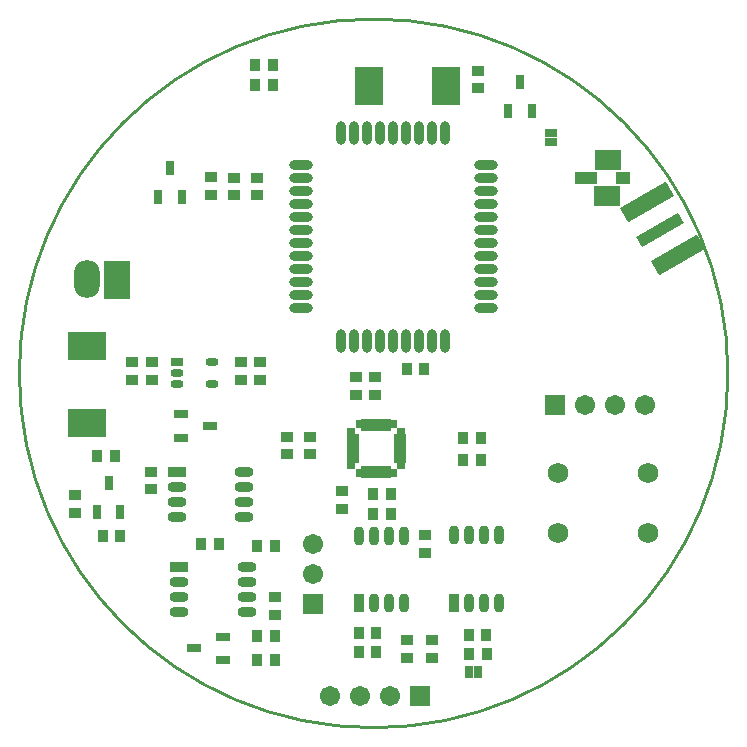
<source format=gts>
%FSLAX25Y25*%
%MOIN*%
G70*
G01*
G75*
G04 Layer_Color=8388736*
%ADD10C,0.02500*%
%ADD11R,0.11811X0.08661*%
%ADD12R,0.03347X0.02756*%
%ADD13R,0.02756X0.03347*%
%ADD14O,0.03543X0.01969*%
%ADD15O,0.03543X0.01969*%
%ADD16R,0.03543X0.01969*%
%ADD17R,0.01969X0.03150*%
%ADD18R,0.02362X0.03937*%
%ADD19O,0.02500X0.05500*%
%ADD20R,0.02500X0.05500*%
%ADD21R,0.03150X0.01969*%
%ADD22R,0.08661X0.11811*%
%ADD23O,0.05500X0.02500*%
%ADD24R,0.05500X0.02500*%
%ADD25R,0.02165X0.01181*%
%ADD26R,0.03150X0.01181*%
%ADD27R,0.01181X0.02165*%
%ADD28R,0.01181X0.03150*%
%ADD29R,0.03937X0.02362*%
%ADD30O,0.02362X0.07087*%
%ADD31O,0.07087X0.02362*%
%ADD32R,0.07000X0.03150*%
%ADD33R,0.07874X0.06000*%
%ADD34R,0.03937X0.03150*%
G04:AMPARAMS|DCode=35|XSize=35.43mil|YSize=157.48mil|CornerRadius=1.77mil|HoleSize=0mil|Usage=FLASHONLY|Rotation=300.000|XOffset=0mil|YOffset=0mil|HoleType=Round|Shape=RoundedRectangle|*
%AMROUNDEDRECTD35*
21,1,0.03543,0.15394,0,0,300.0*
21,1,0.03189,0.15748,0,0,300.0*
1,1,0.00354,-0.05868,-0.05229*
1,1,0.00354,-0.07463,-0.02468*
1,1,0.00354,0.05868,0.05229*
1,1,0.00354,0.07463,0.02468*
%
%ADD35ROUNDEDRECTD35*%
%ADD36C,0.02000*%
%ADD37C,0.07000*%
%ADD38C,0.00800*%
%ADD39C,0.01000*%
%ADD40C,0.04000*%
%ADD41C,0.05000*%
%ADD42C,0.03000*%
%ADD43R,0.07874X0.11811*%
%ADD44O,0.07874X0.11811*%
%ADD45R,0.05906X0.05906*%
%ADD46C,0.05906*%
%ADD47R,0.05906X0.05906*%
%ADD48C,0.06000*%
G04:AMPARAMS|DCode=49|XSize=51.18mil|YSize=173.23mil|CornerRadius=2.56mil|HoleSize=0mil|Usage=FLASHONLY|Rotation=300.000|XOffset=0mil|YOffset=0mil|HoleType=Round|Shape=RoundedRectangle|*
%AMROUNDEDRECTD49*
21,1,0.05118,0.16811,0,0,300.0*
21,1,0.04606,0.17323,0,0,300.0*
1,1,0.00512,-0.06128,-0.06197*
1,1,0.00512,-0.08431,-0.02208*
1,1,0.00512,0.06128,0.06197*
1,1,0.00512,0.08431,0.02208*
%
%ADD49ROUNDEDRECTD49*%
%ADD50C,0.03000*%
%ADD51C,0.02000*%
%ADD52C,0.05000*%
%ADD53R,0.01575X0.03347*%
%ADD54R,0.02756X0.08268*%
%ADD55R,0.02559X0.04843*%
%ADD56C,0.00500*%
%ADD57C,0.00787*%
%ADD58R,0.11811X0.01575*%
%ADD59R,0.01575X0.11811*%
%ADD60R,0.12611X0.09461*%
%ADD61R,0.04147X0.03556*%
%ADD62R,0.03556X0.04147*%
%ADD63O,0.04343X0.02769*%
%ADD64O,0.04343X0.02769*%
%ADD65R,0.04343X0.02769*%
%ADD66R,0.02769X0.03950*%
%ADD67R,0.03162X0.04737*%
%ADD68O,0.03300X0.06300*%
%ADD69R,0.03300X0.06300*%
%ADD70R,0.03950X0.02769*%
%ADD71R,0.09461X0.12611*%
%ADD72O,0.06300X0.03300*%
%ADD73R,0.06300X0.03300*%
%ADD74R,0.02965X0.01981*%
%ADD75R,0.03950X0.01981*%
%ADD76R,0.01981X0.02965*%
%ADD77R,0.01981X0.03950*%
%ADD78R,0.04737X0.03162*%
%ADD79O,0.03162X0.07887*%
%ADD80O,0.07887X0.03162*%
%ADD81R,0.07800X0.03950*%
%ADD82R,0.08674X0.06800*%
%ADD83R,0.04737X0.03950*%
G04:AMPARAMS|DCode=84|XSize=39.37mil|YSize=161.42mil|CornerRadius=1.97mil|HoleSize=0mil|Usage=FLASHONLY|Rotation=300.000|XOffset=0mil|YOffset=0mil|HoleType=Round|Shape=RoundedRectangle|*
%AMROUNDEDRECTD84*
21,1,0.03937,0.15748,0,0,300.0*
21,1,0.03543,0.16142,0,0,300.0*
1,1,0.00394,-0.05933,-0.05471*
1,1,0.00394,-0.07705,-0.02403*
1,1,0.00394,0.05933,0.05471*
1,1,0.00394,0.07705,0.02403*
%
%ADD84ROUNDEDRECTD84*%
%ADD85R,0.08674X0.12611*%
%ADD86O,0.08674X0.12611*%
%ADD87R,0.06706X0.06706*%
%ADD88C,0.06706*%
%ADD89R,0.06706X0.06706*%
%ADD90C,0.06800*%
G04:AMPARAMS|DCode=91|XSize=55.12mil|YSize=177.16mil|CornerRadius=2.76mil|HoleSize=0mil|Usage=FLASHONLY|Rotation=300.000|XOffset=0mil|YOffset=0mil|HoleType=Round|Shape=RoundedRectangle|*
%AMROUNDEDRECTD91*
21,1,0.05512,0.17165,0,0,300.0*
21,1,0.04961,0.17716,0,0,300.0*
1,1,0.00551,-0.06193,-0.06439*
1,1,0.00551,-0.08673,-0.02143*
1,1,0.00551,0.06193,0.06439*
1,1,0.00551,0.08673,0.02143*
%
%ADD91ROUNDEDRECTD91*%
D39*
X557110Y268500D02*
G03*
X557110Y268500I-118110J0D01*
G01*
D60*
X343400Y277500D02*
D03*
Y251909D02*
D03*
D61*
X473900Y363500D02*
D03*
Y369406D02*
D03*
X364700Y235700D02*
D03*
Y229795D02*
D03*
X450100Y179605D02*
D03*
Y173700D02*
D03*
X410135Y247400D02*
D03*
Y241494D02*
D03*
X384700Y327994D02*
D03*
Y333900D02*
D03*
X458300Y179605D02*
D03*
Y173700D02*
D03*
X406000Y187995D02*
D03*
Y193900D02*
D03*
X394800Y266394D02*
D03*
Y272300D02*
D03*
X358400Y266400D02*
D03*
Y272305D02*
D03*
X433100Y261300D02*
D03*
Y267206D02*
D03*
X365000Y272300D02*
D03*
Y266394D02*
D03*
X401100Y272300D02*
D03*
Y266394D02*
D03*
X339400Y222094D02*
D03*
Y228000D02*
D03*
X439400Y267206D02*
D03*
Y261300D02*
D03*
X392300Y333705D02*
D03*
Y327800D02*
D03*
X417700Y241494D02*
D03*
Y247400D02*
D03*
X400000Y327795D02*
D03*
Y333700D02*
D03*
X428500Y229306D02*
D03*
Y223400D02*
D03*
X456200Y208580D02*
D03*
Y214486D02*
D03*
D62*
X439906Y175700D02*
D03*
X434000D02*
D03*
X434000Y181800D02*
D03*
X439906D02*
D03*
X354606Y214300D02*
D03*
X348700D02*
D03*
X444805Y221700D02*
D03*
X438900D02*
D03*
X444805Y228300D02*
D03*
X438900D02*
D03*
X470694Y181400D02*
D03*
X476600D02*
D03*
X470794Y175000D02*
D03*
X476700D02*
D03*
X474672Y246978D02*
D03*
X468767D02*
D03*
X455900Y270100D02*
D03*
X449995D02*
D03*
X400095Y180800D02*
D03*
X406000D02*
D03*
X352805Y241100D02*
D03*
X346900D02*
D03*
X405406Y371200D02*
D03*
X399500D02*
D03*
X399400Y364700D02*
D03*
X405305D02*
D03*
X400095Y172900D02*
D03*
X406000D02*
D03*
X381500Y211500D02*
D03*
X387405D02*
D03*
X474667Y239578D02*
D03*
X468761D02*
D03*
X400095Y211100D02*
D03*
X406000D02*
D03*
D63*
X373300Y264820D02*
D03*
Y268560D02*
D03*
X385111Y264820D02*
D03*
D64*
Y272300D02*
D03*
D65*
X373300D02*
D03*
D66*
X473753Y169100D02*
D03*
X470800D02*
D03*
D67*
X491774Y355900D02*
D03*
X487837Y365742D02*
D03*
X483900Y355900D02*
D03*
X354574Y222200D02*
D03*
X350637Y232043D02*
D03*
X346700Y222200D02*
D03*
X375074Y327200D02*
D03*
X371137Y337042D02*
D03*
X367200Y327200D02*
D03*
D68*
X444000Y214438D02*
D03*
X434000D02*
D03*
X449000D02*
D03*
X444000Y191800D02*
D03*
X449000D02*
D03*
X439000Y214438D02*
D03*
Y191800D02*
D03*
X475645Y214486D02*
D03*
X465645D02*
D03*
X480645D02*
D03*
X475645Y191848D02*
D03*
X480645D02*
D03*
X470645Y214486D02*
D03*
Y191848D02*
D03*
D69*
X434000Y191800D02*
D03*
X465645Y191848D02*
D03*
D70*
X498000Y345747D02*
D03*
Y348700D02*
D03*
D71*
X437509Y364400D02*
D03*
X463100D02*
D03*
D72*
X395938Y225600D02*
D03*
Y235600D02*
D03*
Y220600D02*
D03*
X373300Y225600D02*
D03*
Y220600D02*
D03*
X395938Y230600D02*
D03*
X373300D02*
D03*
X396838Y193900D02*
D03*
Y203900D02*
D03*
Y188900D02*
D03*
X374200Y193900D02*
D03*
Y188900D02*
D03*
X396838Y198900D02*
D03*
X374200D02*
D03*
D73*
X373300Y235600D02*
D03*
X374200Y203900D02*
D03*
D74*
X431606Y249400D02*
D03*
Y237589D02*
D03*
X448181D02*
D03*
Y249400D02*
D03*
D75*
X432098Y247431D02*
D03*
Y245463D02*
D03*
Y243495D02*
D03*
Y241526D02*
D03*
Y239558D02*
D03*
X447689D02*
D03*
Y241526D02*
D03*
Y243495D02*
D03*
Y245463D02*
D03*
Y247431D02*
D03*
D76*
X433988Y235207D02*
D03*
X445799D02*
D03*
Y251782D02*
D03*
X433988D02*
D03*
D77*
X435957Y235699D02*
D03*
X437925D02*
D03*
X439894D02*
D03*
X441862D02*
D03*
X443831D02*
D03*
Y251290D02*
D03*
X441862D02*
D03*
X439894D02*
D03*
X437925D02*
D03*
X435957D02*
D03*
D78*
X388800Y180774D02*
D03*
X378958Y176837D02*
D03*
X388800Y172900D02*
D03*
X374700Y247026D02*
D03*
X384542Y250963D02*
D03*
X374700Y254900D02*
D03*
D79*
X428283Y348727D02*
D03*
X432613D02*
D03*
X436944D02*
D03*
X441275D02*
D03*
X445605D02*
D03*
X449936D02*
D03*
X454267D02*
D03*
X458598D02*
D03*
X462928D02*
D03*
Y279435D02*
D03*
X458598D02*
D03*
X454267D02*
D03*
X449936D02*
D03*
X445605D02*
D03*
X441275D02*
D03*
X436944D02*
D03*
X432613D02*
D03*
X428283D02*
D03*
D80*
X476511Y337900D02*
D03*
Y333569D02*
D03*
Y329239D02*
D03*
Y324908D02*
D03*
Y320577D02*
D03*
Y316246D02*
D03*
Y311916D02*
D03*
Y307585D02*
D03*
Y303254D02*
D03*
Y298924D02*
D03*
Y294593D02*
D03*
Y290262D02*
D03*
X414700D02*
D03*
Y294593D02*
D03*
Y298924D02*
D03*
Y303254D02*
D03*
Y307585D02*
D03*
Y311916D02*
D03*
Y316246D02*
D03*
Y320577D02*
D03*
Y324908D02*
D03*
Y329239D02*
D03*
Y333569D02*
D03*
Y337900D02*
D03*
D81*
X509764Y333600D02*
D03*
D82*
X516900Y327500D02*
D03*
X517000Y339736D02*
D03*
D83*
X522000Y333600D02*
D03*
D84*
X534500Y316300D02*
D03*
D85*
X353500Y299500D02*
D03*
D86*
X343500Y299894D02*
D03*
D87*
X418900Y191700D02*
D03*
D88*
Y201700D02*
D03*
Y211700D02*
D03*
X529400Y258000D02*
D03*
X519400D02*
D03*
X509400D02*
D03*
X424300Y161000D02*
D03*
X434300D02*
D03*
X444300D02*
D03*
D89*
X499400Y258000D02*
D03*
X454300Y161000D02*
D03*
D90*
X530500Y235400D02*
D03*
Y215400D02*
D03*
X500500Y235400D02*
D03*
Y215400D02*
D03*
D91*
X540300Y307829D02*
D03*
X530064Y325558D02*
D03*
M02*

</source>
